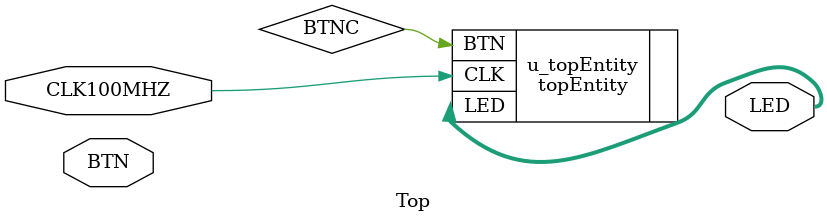
<source format=v>
module Top
  ( input        CLK100MHZ,
    input        BTN,
    output [1:0] LED
    );
   
   topEntity u_topEntity
     ( .CLK(CLK100MHZ),
       .BTN(BTNC),
       .LED(LED[1:0])
       );
   
endmodule

</source>
